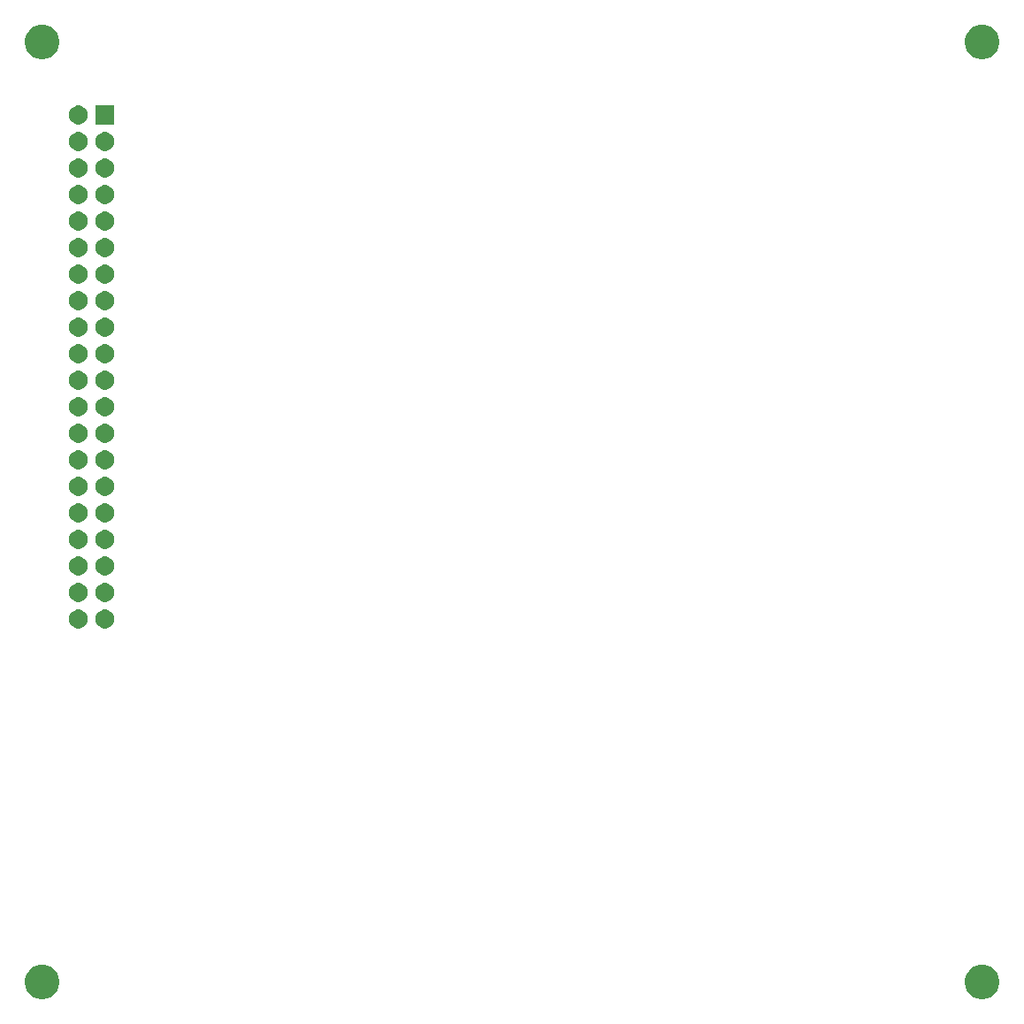
<source format=gbr>
G04 #@! TF.GenerationSoftware,KiCad,Pcbnew,(5.1.6-0-10_14)*
G04 #@! TF.CreationDate,2020-12-19T15:44:31+01:00*
G04 #@! TF.ProjectId,control,636f6e74-726f-46c2-9e6b-696361645f70,2*
G04 #@! TF.SameCoordinates,Original*
G04 #@! TF.FileFunction,Soldermask,Bot*
G04 #@! TF.FilePolarity,Negative*
%FSLAX46Y46*%
G04 Gerber Fmt 4.6, Leading zero omitted, Abs format (unit mm)*
G04 Created by KiCad (PCBNEW (5.1.6-0-10_14)) date 2020-12-19 15:44:31*
%MOMM*%
%LPD*%
G01*
G04 APERTURE LIST*
%ADD10C,0.100000*%
G04 APERTURE END LIST*
D10*
G36*
X195375256Y-143391298D02*
G01*
X195481579Y-143412447D01*
X195782042Y-143536903D01*
X196052451Y-143717585D01*
X196282415Y-143947549D01*
X196463097Y-144217958D01*
X196587553Y-144518421D01*
X196651000Y-144837391D01*
X196651000Y-145162609D01*
X196587553Y-145481579D01*
X196463097Y-145782042D01*
X196282415Y-146052451D01*
X196052451Y-146282415D01*
X195782042Y-146463097D01*
X195481579Y-146587553D01*
X195375256Y-146608702D01*
X195162611Y-146651000D01*
X194837389Y-146651000D01*
X194624744Y-146608702D01*
X194518421Y-146587553D01*
X194217958Y-146463097D01*
X193947549Y-146282415D01*
X193717585Y-146052451D01*
X193536903Y-145782042D01*
X193412447Y-145481579D01*
X193349000Y-145162609D01*
X193349000Y-144837391D01*
X193412447Y-144518421D01*
X193536903Y-144217958D01*
X193717585Y-143947549D01*
X193947549Y-143717585D01*
X194217958Y-143536903D01*
X194518421Y-143412447D01*
X194624744Y-143391298D01*
X194837389Y-143349000D01*
X195162611Y-143349000D01*
X195375256Y-143391298D01*
G37*
G36*
X105375256Y-143391298D02*
G01*
X105481579Y-143412447D01*
X105782042Y-143536903D01*
X106052451Y-143717585D01*
X106282415Y-143947549D01*
X106463097Y-144217958D01*
X106587553Y-144518421D01*
X106651000Y-144837391D01*
X106651000Y-145162609D01*
X106587553Y-145481579D01*
X106463097Y-145782042D01*
X106282415Y-146052451D01*
X106052451Y-146282415D01*
X105782042Y-146463097D01*
X105481579Y-146587553D01*
X105375256Y-146608702D01*
X105162611Y-146651000D01*
X104837389Y-146651000D01*
X104624744Y-146608702D01*
X104518421Y-146587553D01*
X104217958Y-146463097D01*
X103947549Y-146282415D01*
X103717585Y-146052451D01*
X103536903Y-145782042D01*
X103412447Y-145481579D01*
X103349000Y-145162609D01*
X103349000Y-144837391D01*
X103412447Y-144518421D01*
X103536903Y-144217958D01*
X103717585Y-143947549D01*
X103947549Y-143717585D01*
X104217958Y-143536903D01*
X104518421Y-143412447D01*
X104624744Y-143391298D01*
X104837389Y-143349000D01*
X105162611Y-143349000D01*
X105375256Y-143391298D01*
G37*
G36*
X111113512Y-109363927D02*
G01*
X111262812Y-109393624D01*
X111426784Y-109461544D01*
X111574354Y-109560147D01*
X111699853Y-109685646D01*
X111798456Y-109833216D01*
X111866376Y-109997188D01*
X111901000Y-110171259D01*
X111901000Y-110348741D01*
X111866376Y-110522812D01*
X111798456Y-110686784D01*
X111699853Y-110834354D01*
X111574354Y-110959853D01*
X111426784Y-111058456D01*
X111262812Y-111126376D01*
X111113512Y-111156073D01*
X111088742Y-111161000D01*
X110911258Y-111161000D01*
X110886488Y-111156073D01*
X110737188Y-111126376D01*
X110573216Y-111058456D01*
X110425646Y-110959853D01*
X110300147Y-110834354D01*
X110201544Y-110686784D01*
X110133624Y-110522812D01*
X110099000Y-110348741D01*
X110099000Y-110171259D01*
X110133624Y-109997188D01*
X110201544Y-109833216D01*
X110300147Y-109685646D01*
X110425646Y-109560147D01*
X110573216Y-109461544D01*
X110737188Y-109393624D01*
X110886488Y-109363927D01*
X110911258Y-109359000D01*
X111088742Y-109359000D01*
X111113512Y-109363927D01*
G37*
G36*
X108573512Y-109363927D02*
G01*
X108722812Y-109393624D01*
X108886784Y-109461544D01*
X109034354Y-109560147D01*
X109159853Y-109685646D01*
X109258456Y-109833216D01*
X109326376Y-109997188D01*
X109361000Y-110171259D01*
X109361000Y-110348741D01*
X109326376Y-110522812D01*
X109258456Y-110686784D01*
X109159853Y-110834354D01*
X109034354Y-110959853D01*
X108886784Y-111058456D01*
X108722812Y-111126376D01*
X108573512Y-111156073D01*
X108548742Y-111161000D01*
X108371258Y-111161000D01*
X108346488Y-111156073D01*
X108197188Y-111126376D01*
X108033216Y-111058456D01*
X107885646Y-110959853D01*
X107760147Y-110834354D01*
X107661544Y-110686784D01*
X107593624Y-110522812D01*
X107559000Y-110348741D01*
X107559000Y-110171259D01*
X107593624Y-109997188D01*
X107661544Y-109833216D01*
X107760147Y-109685646D01*
X107885646Y-109560147D01*
X108033216Y-109461544D01*
X108197188Y-109393624D01*
X108346488Y-109363927D01*
X108371258Y-109359000D01*
X108548742Y-109359000D01*
X108573512Y-109363927D01*
G37*
G36*
X111113512Y-106823927D02*
G01*
X111262812Y-106853624D01*
X111426784Y-106921544D01*
X111574354Y-107020147D01*
X111699853Y-107145646D01*
X111798456Y-107293216D01*
X111866376Y-107457188D01*
X111901000Y-107631259D01*
X111901000Y-107808741D01*
X111866376Y-107982812D01*
X111798456Y-108146784D01*
X111699853Y-108294354D01*
X111574354Y-108419853D01*
X111426784Y-108518456D01*
X111262812Y-108586376D01*
X111113512Y-108616073D01*
X111088742Y-108621000D01*
X110911258Y-108621000D01*
X110886488Y-108616073D01*
X110737188Y-108586376D01*
X110573216Y-108518456D01*
X110425646Y-108419853D01*
X110300147Y-108294354D01*
X110201544Y-108146784D01*
X110133624Y-107982812D01*
X110099000Y-107808741D01*
X110099000Y-107631259D01*
X110133624Y-107457188D01*
X110201544Y-107293216D01*
X110300147Y-107145646D01*
X110425646Y-107020147D01*
X110573216Y-106921544D01*
X110737188Y-106853624D01*
X110886488Y-106823927D01*
X110911258Y-106819000D01*
X111088742Y-106819000D01*
X111113512Y-106823927D01*
G37*
G36*
X108573512Y-106823927D02*
G01*
X108722812Y-106853624D01*
X108886784Y-106921544D01*
X109034354Y-107020147D01*
X109159853Y-107145646D01*
X109258456Y-107293216D01*
X109326376Y-107457188D01*
X109361000Y-107631259D01*
X109361000Y-107808741D01*
X109326376Y-107982812D01*
X109258456Y-108146784D01*
X109159853Y-108294354D01*
X109034354Y-108419853D01*
X108886784Y-108518456D01*
X108722812Y-108586376D01*
X108573512Y-108616073D01*
X108548742Y-108621000D01*
X108371258Y-108621000D01*
X108346488Y-108616073D01*
X108197188Y-108586376D01*
X108033216Y-108518456D01*
X107885646Y-108419853D01*
X107760147Y-108294354D01*
X107661544Y-108146784D01*
X107593624Y-107982812D01*
X107559000Y-107808741D01*
X107559000Y-107631259D01*
X107593624Y-107457188D01*
X107661544Y-107293216D01*
X107760147Y-107145646D01*
X107885646Y-107020147D01*
X108033216Y-106921544D01*
X108197188Y-106853624D01*
X108346488Y-106823927D01*
X108371258Y-106819000D01*
X108548742Y-106819000D01*
X108573512Y-106823927D01*
G37*
G36*
X111113512Y-104283927D02*
G01*
X111262812Y-104313624D01*
X111426784Y-104381544D01*
X111574354Y-104480147D01*
X111699853Y-104605646D01*
X111798456Y-104753216D01*
X111866376Y-104917188D01*
X111901000Y-105091259D01*
X111901000Y-105268741D01*
X111866376Y-105442812D01*
X111798456Y-105606784D01*
X111699853Y-105754354D01*
X111574354Y-105879853D01*
X111426784Y-105978456D01*
X111262812Y-106046376D01*
X111113512Y-106076073D01*
X111088742Y-106081000D01*
X110911258Y-106081000D01*
X110886488Y-106076073D01*
X110737188Y-106046376D01*
X110573216Y-105978456D01*
X110425646Y-105879853D01*
X110300147Y-105754354D01*
X110201544Y-105606784D01*
X110133624Y-105442812D01*
X110099000Y-105268741D01*
X110099000Y-105091259D01*
X110133624Y-104917188D01*
X110201544Y-104753216D01*
X110300147Y-104605646D01*
X110425646Y-104480147D01*
X110573216Y-104381544D01*
X110737188Y-104313624D01*
X110886488Y-104283927D01*
X110911258Y-104279000D01*
X111088742Y-104279000D01*
X111113512Y-104283927D01*
G37*
G36*
X108573512Y-104283927D02*
G01*
X108722812Y-104313624D01*
X108886784Y-104381544D01*
X109034354Y-104480147D01*
X109159853Y-104605646D01*
X109258456Y-104753216D01*
X109326376Y-104917188D01*
X109361000Y-105091259D01*
X109361000Y-105268741D01*
X109326376Y-105442812D01*
X109258456Y-105606784D01*
X109159853Y-105754354D01*
X109034354Y-105879853D01*
X108886784Y-105978456D01*
X108722812Y-106046376D01*
X108573512Y-106076073D01*
X108548742Y-106081000D01*
X108371258Y-106081000D01*
X108346488Y-106076073D01*
X108197188Y-106046376D01*
X108033216Y-105978456D01*
X107885646Y-105879853D01*
X107760147Y-105754354D01*
X107661544Y-105606784D01*
X107593624Y-105442812D01*
X107559000Y-105268741D01*
X107559000Y-105091259D01*
X107593624Y-104917188D01*
X107661544Y-104753216D01*
X107760147Y-104605646D01*
X107885646Y-104480147D01*
X108033216Y-104381544D01*
X108197188Y-104313624D01*
X108346488Y-104283927D01*
X108371258Y-104279000D01*
X108548742Y-104279000D01*
X108573512Y-104283927D01*
G37*
G36*
X108573512Y-101743927D02*
G01*
X108722812Y-101773624D01*
X108886784Y-101841544D01*
X109034354Y-101940147D01*
X109159853Y-102065646D01*
X109258456Y-102213216D01*
X109326376Y-102377188D01*
X109361000Y-102551259D01*
X109361000Y-102728741D01*
X109326376Y-102902812D01*
X109258456Y-103066784D01*
X109159853Y-103214354D01*
X109034354Y-103339853D01*
X108886784Y-103438456D01*
X108722812Y-103506376D01*
X108573512Y-103536073D01*
X108548742Y-103541000D01*
X108371258Y-103541000D01*
X108346488Y-103536073D01*
X108197188Y-103506376D01*
X108033216Y-103438456D01*
X107885646Y-103339853D01*
X107760147Y-103214354D01*
X107661544Y-103066784D01*
X107593624Y-102902812D01*
X107559000Y-102728741D01*
X107559000Y-102551259D01*
X107593624Y-102377188D01*
X107661544Y-102213216D01*
X107760147Y-102065646D01*
X107885646Y-101940147D01*
X108033216Y-101841544D01*
X108197188Y-101773624D01*
X108346488Y-101743927D01*
X108371258Y-101739000D01*
X108548742Y-101739000D01*
X108573512Y-101743927D01*
G37*
G36*
X111113512Y-101743927D02*
G01*
X111262812Y-101773624D01*
X111426784Y-101841544D01*
X111574354Y-101940147D01*
X111699853Y-102065646D01*
X111798456Y-102213216D01*
X111866376Y-102377188D01*
X111901000Y-102551259D01*
X111901000Y-102728741D01*
X111866376Y-102902812D01*
X111798456Y-103066784D01*
X111699853Y-103214354D01*
X111574354Y-103339853D01*
X111426784Y-103438456D01*
X111262812Y-103506376D01*
X111113512Y-103536073D01*
X111088742Y-103541000D01*
X110911258Y-103541000D01*
X110886488Y-103536073D01*
X110737188Y-103506376D01*
X110573216Y-103438456D01*
X110425646Y-103339853D01*
X110300147Y-103214354D01*
X110201544Y-103066784D01*
X110133624Y-102902812D01*
X110099000Y-102728741D01*
X110099000Y-102551259D01*
X110133624Y-102377188D01*
X110201544Y-102213216D01*
X110300147Y-102065646D01*
X110425646Y-101940147D01*
X110573216Y-101841544D01*
X110737188Y-101773624D01*
X110886488Y-101743927D01*
X110911258Y-101739000D01*
X111088742Y-101739000D01*
X111113512Y-101743927D01*
G37*
G36*
X108573512Y-99203927D02*
G01*
X108722812Y-99233624D01*
X108886784Y-99301544D01*
X109034354Y-99400147D01*
X109159853Y-99525646D01*
X109258456Y-99673216D01*
X109326376Y-99837188D01*
X109361000Y-100011259D01*
X109361000Y-100188741D01*
X109326376Y-100362812D01*
X109258456Y-100526784D01*
X109159853Y-100674354D01*
X109034354Y-100799853D01*
X108886784Y-100898456D01*
X108722812Y-100966376D01*
X108573512Y-100996073D01*
X108548742Y-101001000D01*
X108371258Y-101001000D01*
X108346488Y-100996073D01*
X108197188Y-100966376D01*
X108033216Y-100898456D01*
X107885646Y-100799853D01*
X107760147Y-100674354D01*
X107661544Y-100526784D01*
X107593624Y-100362812D01*
X107559000Y-100188741D01*
X107559000Y-100011259D01*
X107593624Y-99837188D01*
X107661544Y-99673216D01*
X107760147Y-99525646D01*
X107885646Y-99400147D01*
X108033216Y-99301544D01*
X108197188Y-99233624D01*
X108346488Y-99203927D01*
X108371258Y-99199000D01*
X108548742Y-99199000D01*
X108573512Y-99203927D01*
G37*
G36*
X111113512Y-99203927D02*
G01*
X111262812Y-99233624D01*
X111426784Y-99301544D01*
X111574354Y-99400147D01*
X111699853Y-99525646D01*
X111798456Y-99673216D01*
X111866376Y-99837188D01*
X111901000Y-100011259D01*
X111901000Y-100188741D01*
X111866376Y-100362812D01*
X111798456Y-100526784D01*
X111699853Y-100674354D01*
X111574354Y-100799853D01*
X111426784Y-100898456D01*
X111262812Y-100966376D01*
X111113512Y-100996073D01*
X111088742Y-101001000D01*
X110911258Y-101001000D01*
X110886488Y-100996073D01*
X110737188Y-100966376D01*
X110573216Y-100898456D01*
X110425646Y-100799853D01*
X110300147Y-100674354D01*
X110201544Y-100526784D01*
X110133624Y-100362812D01*
X110099000Y-100188741D01*
X110099000Y-100011259D01*
X110133624Y-99837188D01*
X110201544Y-99673216D01*
X110300147Y-99525646D01*
X110425646Y-99400147D01*
X110573216Y-99301544D01*
X110737188Y-99233624D01*
X110886488Y-99203927D01*
X110911258Y-99199000D01*
X111088742Y-99199000D01*
X111113512Y-99203927D01*
G37*
G36*
X108573512Y-96663927D02*
G01*
X108722812Y-96693624D01*
X108886784Y-96761544D01*
X109034354Y-96860147D01*
X109159853Y-96985646D01*
X109258456Y-97133216D01*
X109326376Y-97297188D01*
X109361000Y-97471259D01*
X109361000Y-97648741D01*
X109326376Y-97822812D01*
X109258456Y-97986784D01*
X109159853Y-98134354D01*
X109034354Y-98259853D01*
X108886784Y-98358456D01*
X108722812Y-98426376D01*
X108573512Y-98456073D01*
X108548742Y-98461000D01*
X108371258Y-98461000D01*
X108346488Y-98456073D01*
X108197188Y-98426376D01*
X108033216Y-98358456D01*
X107885646Y-98259853D01*
X107760147Y-98134354D01*
X107661544Y-97986784D01*
X107593624Y-97822812D01*
X107559000Y-97648741D01*
X107559000Y-97471259D01*
X107593624Y-97297188D01*
X107661544Y-97133216D01*
X107760147Y-96985646D01*
X107885646Y-96860147D01*
X108033216Y-96761544D01*
X108197188Y-96693624D01*
X108346488Y-96663927D01*
X108371258Y-96659000D01*
X108548742Y-96659000D01*
X108573512Y-96663927D01*
G37*
G36*
X111113512Y-96663927D02*
G01*
X111262812Y-96693624D01*
X111426784Y-96761544D01*
X111574354Y-96860147D01*
X111699853Y-96985646D01*
X111798456Y-97133216D01*
X111866376Y-97297188D01*
X111901000Y-97471259D01*
X111901000Y-97648741D01*
X111866376Y-97822812D01*
X111798456Y-97986784D01*
X111699853Y-98134354D01*
X111574354Y-98259853D01*
X111426784Y-98358456D01*
X111262812Y-98426376D01*
X111113512Y-98456073D01*
X111088742Y-98461000D01*
X110911258Y-98461000D01*
X110886488Y-98456073D01*
X110737188Y-98426376D01*
X110573216Y-98358456D01*
X110425646Y-98259853D01*
X110300147Y-98134354D01*
X110201544Y-97986784D01*
X110133624Y-97822812D01*
X110099000Y-97648741D01*
X110099000Y-97471259D01*
X110133624Y-97297188D01*
X110201544Y-97133216D01*
X110300147Y-96985646D01*
X110425646Y-96860147D01*
X110573216Y-96761544D01*
X110737188Y-96693624D01*
X110886488Y-96663927D01*
X110911258Y-96659000D01*
X111088742Y-96659000D01*
X111113512Y-96663927D01*
G37*
G36*
X108573512Y-94123927D02*
G01*
X108722812Y-94153624D01*
X108886784Y-94221544D01*
X109034354Y-94320147D01*
X109159853Y-94445646D01*
X109258456Y-94593216D01*
X109326376Y-94757188D01*
X109361000Y-94931259D01*
X109361000Y-95108741D01*
X109326376Y-95282812D01*
X109258456Y-95446784D01*
X109159853Y-95594354D01*
X109034354Y-95719853D01*
X108886784Y-95818456D01*
X108722812Y-95886376D01*
X108573512Y-95916073D01*
X108548742Y-95921000D01*
X108371258Y-95921000D01*
X108346488Y-95916073D01*
X108197188Y-95886376D01*
X108033216Y-95818456D01*
X107885646Y-95719853D01*
X107760147Y-95594354D01*
X107661544Y-95446784D01*
X107593624Y-95282812D01*
X107559000Y-95108741D01*
X107559000Y-94931259D01*
X107593624Y-94757188D01*
X107661544Y-94593216D01*
X107760147Y-94445646D01*
X107885646Y-94320147D01*
X108033216Y-94221544D01*
X108197188Y-94153624D01*
X108346488Y-94123927D01*
X108371258Y-94119000D01*
X108548742Y-94119000D01*
X108573512Y-94123927D01*
G37*
G36*
X111113512Y-94123927D02*
G01*
X111262812Y-94153624D01*
X111426784Y-94221544D01*
X111574354Y-94320147D01*
X111699853Y-94445646D01*
X111798456Y-94593216D01*
X111866376Y-94757188D01*
X111901000Y-94931259D01*
X111901000Y-95108741D01*
X111866376Y-95282812D01*
X111798456Y-95446784D01*
X111699853Y-95594354D01*
X111574354Y-95719853D01*
X111426784Y-95818456D01*
X111262812Y-95886376D01*
X111113512Y-95916073D01*
X111088742Y-95921000D01*
X110911258Y-95921000D01*
X110886488Y-95916073D01*
X110737188Y-95886376D01*
X110573216Y-95818456D01*
X110425646Y-95719853D01*
X110300147Y-95594354D01*
X110201544Y-95446784D01*
X110133624Y-95282812D01*
X110099000Y-95108741D01*
X110099000Y-94931259D01*
X110133624Y-94757188D01*
X110201544Y-94593216D01*
X110300147Y-94445646D01*
X110425646Y-94320147D01*
X110573216Y-94221544D01*
X110737188Y-94153624D01*
X110886488Y-94123927D01*
X110911258Y-94119000D01*
X111088742Y-94119000D01*
X111113512Y-94123927D01*
G37*
G36*
X108573512Y-91583927D02*
G01*
X108722812Y-91613624D01*
X108886784Y-91681544D01*
X109034354Y-91780147D01*
X109159853Y-91905646D01*
X109258456Y-92053216D01*
X109326376Y-92217188D01*
X109361000Y-92391259D01*
X109361000Y-92568741D01*
X109326376Y-92742812D01*
X109258456Y-92906784D01*
X109159853Y-93054354D01*
X109034354Y-93179853D01*
X108886784Y-93278456D01*
X108722812Y-93346376D01*
X108573512Y-93376073D01*
X108548742Y-93381000D01*
X108371258Y-93381000D01*
X108346488Y-93376073D01*
X108197188Y-93346376D01*
X108033216Y-93278456D01*
X107885646Y-93179853D01*
X107760147Y-93054354D01*
X107661544Y-92906784D01*
X107593624Y-92742812D01*
X107559000Y-92568741D01*
X107559000Y-92391259D01*
X107593624Y-92217188D01*
X107661544Y-92053216D01*
X107760147Y-91905646D01*
X107885646Y-91780147D01*
X108033216Y-91681544D01*
X108197188Y-91613624D01*
X108346488Y-91583927D01*
X108371258Y-91579000D01*
X108548742Y-91579000D01*
X108573512Y-91583927D01*
G37*
G36*
X111113512Y-91583927D02*
G01*
X111262812Y-91613624D01*
X111426784Y-91681544D01*
X111574354Y-91780147D01*
X111699853Y-91905646D01*
X111798456Y-92053216D01*
X111866376Y-92217188D01*
X111901000Y-92391259D01*
X111901000Y-92568741D01*
X111866376Y-92742812D01*
X111798456Y-92906784D01*
X111699853Y-93054354D01*
X111574354Y-93179853D01*
X111426784Y-93278456D01*
X111262812Y-93346376D01*
X111113512Y-93376073D01*
X111088742Y-93381000D01*
X110911258Y-93381000D01*
X110886488Y-93376073D01*
X110737188Y-93346376D01*
X110573216Y-93278456D01*
X110425646Y-93179853D01*
X110300147Y-93054354D01*
X110201544Y-92906784D01*
X110133624Y-92742812D01*
X110099000Y-92568741D01*
X110099000Y-92391259D01*
X110133624Y-92217188D01*
X110201544Y-92053216D01*
X110300147Y-91905646D01*
X110425646Y-91780147D01*
X110573216Y-91681544D01*
X110737188Y-91613624D01*
X110886488Y-91583927D01*
X110911258Y-91579000D01*
X111088742Y-91579000D01*
X111113512Y-91583927D01*
G37*
G36*
X108573512Y-89043927D02*
G01*
X108722812Y-89073624D01*
X108886784Y-89141544D01*
X109034354Y-89240147D01*
X109159853Y-89365646D01*
X109258456Y-89513216D01*
X109326376Y-89677188D01*
X109361000Y-89851259D01*
X109361000Y-90028741D01*
X109326376Y-90202812D01*
X109258456Y-90366784D01*
X109159853Y-90514354D01*
X109034354Y-90639853D01*
X108886784Y-90738456D01*
X108722812Y-90806376D01*
X108573512Y-90836073D01*
X108548742Y-90841000D01*
X108371258Y-90841000D01*
X108346488Y-90836073D01*
X108197188Y-90806376D01*
X108033216Y-90738456D01*
X107885646Y-90639853D01*
X107760147Y-90514354D01*
X107661544Y-90366784D01*
X107593624Y-90202812D01*
X107559000Y-90028741D01*
X107559000Y-89851259D01*
X107593624Y-89677188D01*
X107661544Y-89513216D01*
X107760147Y-89365646D01*
X107885646Y-89240147D01*
X108033216Y-89141544D01*
X108197188Y-89073624D01*
X108346488Y-89043927D01*
X108371258Y-89039000D01*
X108548742Y-89039000D01*
X108573512Y-89043927D01*
G37*
G36*
X111113512Y-89043927D02*
G01*
X111262812Y-89073624D01*
X111426784Y-89141544D01*
X111574354Y-89240147D01*
X111699853Y-89365646D01*
X111798456Y-89513216D01*
X111866376Y-89677188D01*
X111901000Y-89851259D01*
X111901000Y-90028741D01*
X111866376Y-90202812D01*
X111798456Y-90366784D01*
X111699853Y-90514354D01*
X111574354Y-90639853D01*
X111426784Y-90738456D01*
X111262812Y-90806376D01*
X111113512Y-90836073D01*
X111088742Y-90841000D01*
X110911258Y-90841000D01*
X110886488Y-90836073D01*
X110737188Y-90806376D01*
X110573216Y-90738456D01*
X110425646Y-90639853D01*
X110300147Y-90514354D01*
X110201544Y-90366784D01*
X110133624Y-90202812D01*
X110099000Y-90028741D01*
X110099000Y-89851259D01*
X110133624Y-89677188D01*
X110201544Y-89513216D01*
X110300147Y-89365646D01*
X110425646Y-89240147D01*
X110573216Y-89141544D01*
X110737188Y-89073624D01*
X110886488Y-89043927D01*
X110911258Y-89039000D01*
X111088742Y-89039000D01*
X111113512Y-89043927D01*
G37*
G36*
X108573512Y-86503927D02*
G01*
X108722812Y-86533624D01*
X108886784Y-86601544D01*
X109034354Y-86700147D01*
X109159853Y-86825646D01*
X109258456Y-86973216D01*
X109326376Y-87137188D01*
X109361000Y-87311259D01*
X109361000Y-87488741D01*
X109326376Y-87662812D01*
X109258456Y-87826784D01*
X109159853Y-87974354D01*
X109034354Y-88099853D01*
X108886784Y-88198456D01*
X108722812Y-88266376D01*
X108573512Y-88296073D01*
X108548742Y-88301000D01*
X108371258Y-88301000D01*
X108346488Y-88296073D01*
X108197188Y-88266376D01*
X108033216Y-88198456D01*
X107885646Y-88099853D01*
X107760147Y-87974354D01*
X107661544Y-87826784D01*
X107593624Y-87662812D01*
X107559000Y-87488741D01*
X107559000Y-87311259D01*
X107593624Y-87137188D01*
X107661544Y-86973216D01*
X107760147Y-86825646D01*
X107885646Y-86700147D01*
X108033216Y-86601544D01*
X108197188Y-86533624D01*
X108346488Y-86503927D01*
X108371258Y-86499000D01*
X108548742Y-86499000D01*
X108573512Y-86503927D01*
G37*
G36*
X111113512Y-86503927D02*
G01*
X111262812Y-86533624D01*
X111426784Y-86601544D01*
X111574354Y-86700147D01*
X111699853Y-86825646D01*
X111798456Y-86973216D01*
X111866376Y-87137188D01*
X111901000Y-87311259D01*
X111901000Y-87488741D01*
X111866376Y-87662812D01*
X111798456Y-87826784D01*
X111699853Y-87974354D01*
X111574354Y-88099853D01*
X111426784Y-88198456D01*
X111262812Y-88266376D01*
X111113512Y-88296073D01*
X111088742Y-88301000D01*
X110911258Y-88301000D01*
X110886488Y-88296073D01*
X110737188Y-88266376D01*
X110573216Y-88198456D01*
X110425646Y-88099853D01*
X110300147Y-87974354D01*
X110201544Y-87826784D01*
X110133624Y-87662812D01*
X110099000Y-87488741D01*
X110099000Y-87311259D01*
X110133624Y-87137188D01*
X110201544Y-86973216D01*
X110300147Y-86825646D01*
X110425646Y-86700147D01*
X110573216Y-86601544D01*
X110737188Y-86533624D01*
X110886488Y-86503927D01*
X110911258Y-86499000D01*
X111088742Y-86499000D01*
X111113512Y-86503927D01*
G37*
G36*
X108573512Y-83963927D02*
G01*
X108722812Y-83993624D01*
X108886784Y-84061544D01*
X109034354Y-84160147D01*
X109159853Y-84285646D01*
X109258456Y-84433216D01*
X109326376Y-84597188D01*
X109361000Y-84771259D01*
X109361000Y-84948741D01*
X109326376Y-85122812D01*
X109258456Y-85286784D01*
X109159853Y-85434354D01*
X109034354Y-85559853D01*
X108886784Y-85658456D01*
X108722812Y-85726376D01*
X108573512Y-85756073D01*
X108548742Y-85761000D01*
X108371258Y-85761000D01*
X108346488Y-85756073D01*
X108197188Y-85726376D01*
X108033216Y-85658456D01*
X107885646Y-85559853D01*
X107760147Y-85434354D01*
X107661544Y-85286784D01*
X107593624Y-85122812D01*
X107559000Y-84948741D01*
X107559000Y-84771259D01*
X107593624Y-84597188D01*
X107661544Y-84433216D01*
X107760147Y-84285646D01*
X107885646Y-84160147D01*
X108033216Y-84061544D01*
X108197188Y-83993624D01*
X108346488Y-83963927D01*
X108371258Y-83959000D01*
X108548742Y-83959000D01*
X108573512Y-83963927D01*
G37*
G36*
X111113512Y-83963927D02*
G01*
X111262812Y-83993624D01*
X111426784Y-84061544D01*
X111574354Y-84160147D01*
X111699853Y-84285646D01*
X111798456Y-84433216D01*
X111866376Y-84597188D01*
X111901000Y-84771259D01*
X111901000Y-84948741D01*
X111866376Y-85122812D01*
X111798456Y-85286784D01*
X111699853Y-85434354D01*
X111574354Y-85559853D01*
X111426784Y-85658456D01*
X111262812Y-85726376D01*
X111113512Y-85756073D01*
X111088742Y-85761000D01*
X110911258Y-85761000D01*
X110886488Y-85756073D01*
X110737188Y-85726376D01*
X110573216Y-85658456D01*
X110425646Y-85559853D01*
X110300147Y-85434354D01*
X110201544Y-85286784D01*
X110133624Y-85122812D01*
X110099000Y-84948741D01*
X110099000Y-84771259D01*
X110133624Y-84597188D01*
X110201544Y-84433216D01*
X110300147Y-84285646D01*
X110425646Y-84160147D01*
X110573216Y-84061544D01*
X110737188Y-83993624D01*
X110886488Y-83963927D01*
X110911258Y-83959000D01*
X111088742Y-83959000D01*
X111113512Y-83963927D01*
G37*
G36*
X108573512Y-81423927D02*
G01*
X108722812Y-81453624D01*
X108886784Y-81521544D01*
X109034354Y-81620147D01*
X109159853Y-81745646D01*
X109258456Y-81893216D01*
X109326376Y-82057188D01*
X109361000Y-82231259D01*
X109361000Y-82408741D01*
X109326376Y-82582812D01*
X109258456Y-82746784D01*
X109159853Y-82894354D01*
X109034354Y-83019853D01*
X108886784Y-83118456D01*
X108722812Y-83186376D01*
X108573512Y-83216073D01*
X108548742Y-83221000D01*
X108371258Y-83221000D01*
X108346488Y-83216073D01*
X108197188Y-83186376D01*
X108033216Y-83118456D01*
X107885646Y-83019853D01*
X107760147Y-82894354D01*
X107661544Y-82746784D01*
X107593624Y-82582812D01*
X107559000Y-82408741D01*
X107559000Y-82231259D01*
X107593624Y-82057188D01*
X107661544Y-81893216D01*
X107760147Y-81745646D01*
X107885646Y-81620147D01*
X108033216Y-81521544D01*
X108197188Y-81453624D01*
X108346488Y-81423927D01*
X108371258Y-81419000D01*
X108548742Y-81419000D01*
X108573512Y-81423927D01*
G37*
G36*
X111113512Y-81423927D02*
G01*
X111262812Y-81453624D01*
X111426784Y-81521544D01*
X111574354Y-81620147D01*
X111699853Y-81745646D01*
X111798456Y-81893216D01*
X111866376Y-82057188D01*
X111901000Y-82231259D01*
X111901000Y-82408741D01*
X111866376Y-82582812D01*
X111798456Y-82746784D01*
X111699853Y-82894354D01*
X111574354Y-83019853D01*
X111426784Y-83118456D01*
X111262812Y-83186376D01*
X111113512Y-83216073D01*
X111088742Y-83221000D01*
X110911258Y-83221000D01*
X110886488Y-83216073D01*
X110737188Y-83186376D01*
X110573216Y-83118456D01*
X110425646Y-83019853D01*
X110300147Y-82894354D01*
X110201544Y-82746784D01*
X110133624Y-82582812D01*
X110099000Y-82408741D01*
X110099000Y-82231259D01*
X110133624Y-82057188D01*
X110201544Y-81893216D01*
X110300147Y-81745646D01*
X110425646Y-81620147D01*
X110573216Y-81521544D01*
X110737188Y-81453624D01*
X110886488Y-81423927D01*
X110911258Y-81419000D01*
X111088742Y-81419000D01*
X111113512Y-81423927D01*
G37*
G36*
X111113512Y-78883927D02*
G01*
X111262812Y-78913624D01*
X111426784Y-78981544D01*
X111574354Y-79080147D01*
X111699853Y-79205646D01*
X111798456Y-79353216D01*
X111866376Y-79517188D01*
X111901000Y-79691259D01*
X111901000Y-79868741D01*
X111866376Y-80042812D01*
X111798456Y-80206784D01*
X111699853Y-80354354D01*
X111574354Y-80479853D01*
X111426784Y-80578456D01*
X111262812Y-80646376D01*
X111113512Y-80676073D01*
X111088742Y-80681000D01*
X110911258Y-80681000D01*
X110886488Y-80676073D01*
X110737188Y-80646376D01*
X110573216Y-80578456D01*
X110425646Y-80479853D01*
X110300147Y-80354354D01*
X110201544Y-80206784D01*
X110133624Y-80042812D01*
X110099000Y-79868741D01*
X110099000Y-79691259D01*
X110133624Y-79517188D01*
X110201544Y-79353216D01*
X110300147Y-79205646D01*
X110425646Y-79080147D01*
X110573216Y-78981544D01*
X110737188Y-78913624D01*
X110886488Y-78883927D01*
X110911258Y-78879000D01*
X111088742Y-78879000D01*
X111113512Y-78883927D01*
G37*
G36*
X108573512Y-78883927D02*
G01*
X108722812Y-78913624D01*
X108886784Y-78981544D01*
X109034354Y-79080147D01*
X109159853Y-79205646D01*
X109258456Y-79353216D01*
X109326376Y-79517188D01*
X109361000Y-79691259D01*
X109361000Y-79868741D01*
X109326376Y-80042812D01*
X109258456Y-80206784D01*
X109159853Y-80354354D01*
X109034354Y-80479853D01*
X108886784Y-80578456D01*
X108722812Y-80646376D01*
X108573512Y-80676073D01*
X108548742Y-80681000D01*
X108371258Y-80681000D01*
X108346488Y-80676073D01*
X108197188Y-80646376D01*
X108033216Y-80578456D01*
X107885646Y-80479853D01*
X107760147Y-80354354D01*
X107661544Y-80206784D01*
X107593624Y-80042812D01*
X107559000Y-79868741D01*
X107559000Y-79691259D01*
X107593624Y-79517188D01*
X107661544Y-79353216D01*
X107760147Y-79205646D01*
X107885646Y-79080147D01*
X108033216Y-78981544D01*
X108197188Y-78913624D01*
X108346488Y-78883927D01*
X108371258Y-78879000D01*
X108548742Y-78879000D01*
X108573512Y-78883927D01*
G37*
G36*
X108573512Y-76343927D02*
G01*
X108722812Y-76373624D01*
X108886784Y-76441544D01*
X109034354Y-76540147D01*
X109159853Y-76665646D01*
X109258456Y-76813216D01*
X109326376Y-76977188D01*
X109361000Y-77151259D01*
X109361000Y-77328741D01*
X109326376Y-77502812D01*
X109258456Y-77666784D01*
X109159853Y-77814354D01*
X109034354Y-77939853D01*
X108886784Y-78038456D01*
X108722812Y-78106376D01*
X108573512Y-78136073D01*
X108548742Y-78141000D01*
X108371258Y-78141000D01*
X108346488Y-78136073D01*
X108197188Y-78106376D01*
X108033216Y-78038456D01*
X107885646Y-77939853D01*
X107760147Y-77814354D01*
X107661544Y-77666784D01*
X107593624Y-77502812D01*
X107559000Y-77328741D01*
X107559000Y-77151259D01*
X107593624Y-76977188D01*
X107661544Y-76813216D01*
X107760147Y-76665646D01*
X107885646Y-76540147D01*
X108033216Y-76441544D01*
X108197188Y-76373624D01*
X108346488Y-76343927D01*
X108371258Y-76339000D01*
X108548742Y-76339000D01*
X108573512Y-76343927D01*
G37*
G36*
X111113512Y-76343927D02*
G01*
X111262812Y-76373624D01*
X111426784Y-76441544D01*
X111574354Y-76540147D01*
X111699853Y-76665646D01*
X111798456Y-76813216D01*
X111866376Y-76977188D01*
X111901000Y-77151259D01*
X111901000Y-77328741D01*
X111866376Y-77502812D01*
X111798456Y-77666784D01*
X111699853Y-77814354D01*
X111574354Y-77939853D01*
X111426784Y-78038456D01*
X111262812Y-78106376D01*
X111113512Y-78136073D01*
X111088742Y-78141000D01*
X110911258Y-78141000D01*
X110886488Y-78136073D01*
X110737188Y-78106376D01*
X110573216Y-78038456D01*
X110425646Y-77939853D01*
X110300147Y-77814354D01*
X110201544Y-77666784D01*
X110133624Y-77502812D01*
X110099000Y-77328741D01*
X110099000Y-77151259D01*
X110133624Y-76977188D01*
X110201544Y-76813216D01*
X110300147Y-76665646D01*
X110425646Y-76540147D01*
X110573216Y-76441544D01*
X110737188Y-76373624D01*
X110886488Y-76343927D01*
X110911258Y-76339000D01*
X111088742Y-76339000D01*
X111113512Y-76343927D01*
G37*
G36*
X111113512Y-73803927D02*
G01*
X111262812Y-73833624D01*
X111426784Y-73901544D01*
X111574354Y-74000147D01*
X111699853Y-74125646D01*
X111798456Y-74273216D01*
X111866376Y-74437188D01*
X111901000Y-74611259D01*
X111901000Y-74788741D01*
X111866376Y-74962812D01*
X111798456Y-75126784D01*
X111699853Y-75274354D01*
X111574354Y-75399853D01*
X111426784Y-75498456D01*
X111262812Y-75566376D01*
X111113512Y-75596073D01*
X111088742Y-75601000D01*
X110911258Y-75601000D01*
X110886488Y-75596073D01*
X110737188Y-75566376D01*
X110573216Y-75498456D01*
X110425646Y-75399853D01*
X110300147Y-75274354D01*
X110201544Y-75126784D01*
X110133624Y-74962812D01*
X110099000Y-74788741D01*
X110099000Y-74611259D01*
X110133624Y-74437188D01*
X110201544Y-74273216D01*
X110300147Y-74125646D01*
X110425646Y-74000147D01*
X110573216Y-73901544D01*
X110737188Y-73833624D01*
X110886488Y-73803927D01*
X110911258Y-73799000D01*
X111088742Y-73799000D01*
X111113512Y-73803927D01*
G37*
G36*
X108573512Y-73803927D02*
G01*
X108722812Y-73833624D01*
X108886784Y-73901544D01*
X109034354Y-74000147D01*
X109159853Y-74125646D01*
X109258456Y-74273216D01*
X109326376Y-74437188D01*
X109361000Y-74611259D01*
X109361000Y-74788741D01*
X109326376Y-74962812D01*
X109258456Y-75126784D01*
X109159853Y-75274354D01*
X109034354Y-75399853D01*
X108886784Y-75498456D01*
X108722812Y-75566376D01*
X108573512Y-75596073D01*
X108548742Y-75601000D01*
X108371258Y-75601000D01*
X108346488Y-75596073D01*
X108197188Y-75566376D01*
X108033216Y-75498456D01*
X107885646Y-75399853D01*
X107760147Y-75274354D01*
X107661544Y-75126784D01*
X107593624Y-74962812D01*
X107559000Y-74788741D01*
X107559000Y-74611259D01*
X107593624Y-74437188D01*
X107661544Y-74273216D01*
X107760147Y-74125646D01*
X107885646Y-74000147D01*
X108033216Y-73901544D01*
X108197188Y-73833624D01*
X108346488Y-73803927D01*
X108371258Y-73799000D01*
X108548742Y-73799000D01*
X108573512Y-73803927D01*
G37*
G36*
X108573512Y-71263927D02*
G01*
X108722812Y-71293624D01*
X108886784Y-71361544D01*
X109034354Y-71460147D01*
X109159853Y-71585646D01*
X109258456Y-71733216D01*
X109326376Y-71897188D01*
X109361000Y-72071259D01*
X109361000Y-72248741D01*
X109326376Y-72422812D01*
X109258456Y-72586784D01*
X109159853Y-72734354D01*
X109034354Y-72859853D01*
X108886784Y-72958456D01*
X108722812Y-73026376D01*
X108573512Y-73056073D01*
X108548742Y-73061000D01*
X108371258Y-73061000D01*
X108346488Y-73056073D01*
X108197188Y-73026376D01*
X108033216Y-72958456D01*
X107885646Y-72859853D01*
X107760147Y-72734354D01*
X107661544Y-72586784D01*
X107593624Y-72422812D01*
X107559000Y-72248741D01*
X107559000Y-72071259D01*
X107593624Y-71897188D01*
X107661544Y-71733216D01*
X107760147Y-71585646D01*
X107885646Y-71460147D01*
X108033216Y-71361544D01*
X108197188Y-71293624D01*
X108346488Y-71263927D01*
X108371258Y-71259000D01*
X108548742Y-71259000D01*
X108573512Y-71263927D01*
G37*
G36*
X111113512Y-71263927D02*
G01*
X111262812Y-71293624D01*
X111426784Y-71361544D01*
X111574354Y-71460147D01*
X111699853Y-71585646D01*
X111798456Y-71733216D01*
X111866376Y-71897188D01*
X111901000Y-72071259D01*
X111901000Y-72248741D01*
X111866376Y-72422812D01*
X111798456Y-72586784D01*
X111699853Y-72734354D01*
X111574354Y-72859853D01*
X111426784Y-72958456D01*
X111262812Y-73026376D01*
X111113512Y-73056073D01*
X111088742Y-73061000D01*
X110911258Y-73061000D01*
X110886488Y-73056073D01*
X110737188Y-73026376D01*
X110573216Y-72958456D01*
X110425646Y-72859853D01*
X110300147Y-72734354D01*
X110201544Y-72586784D01*
X110133624Y-72422812D01*
X110099000Y-72248741D01*
X110099000Y-72071259D01*
X110133624Y-71897188D01*
X110201544Y-71733216D01*
X110300147Y-71585646D01*
X110425646Y-71460147D01*
X110573216Y-71361544D01*
X110737188Y-71293624D01*
X110886488Y-71263927D01*
X110911258Y-71259000D01*
X111088742Y-71259000D01*
X111113512Y-71263927D01*
G37*
G36*
X108573512Y-68723927D02*
G01*
X108722812Y-68753624D01*
X108886784Y-68821544D01*
X109034354Y-68920147D01*
X109159853Y-69045646D01*
X109258456Y-69193216D01*
X109326376Y-69357188D01*
X109361000Y-69531259D01*
X109361000Y-69708741D01*
X109326376Y-69882812D01*
X109258456Y-70046784D01*
X109159853Y-70194354D01*
X109034354Y-70319853D01*
X108886784Y-70418456D01*
X108722812Y-70486376D01*
X108573512Y-70516073D01*
X108548742Y-70521000D01*
X108371258Y-70521000D01*
X108346488Y-70516073D01*
X108197188Y-70486376D01*
X108033216Y-70418456D01*
X107885646Y-70319853D01*
X107760147Y-70194354D01*
X107661544Y-70046784D01*
X107593624Y-69882812D01*
X107559000Y-69708741D01*
X107559000Y-69531259D01*
X107593624Y-69357188D01*
X107661544Y-69193216D01*
X107760147Y-69045646D01*
X107885646Y-68920147D01*
X108033216Y-68821544D01*
X108197188Y-68753624D01*
X108346488Y-68723927D01*
X108371258Y-68719000D01*
X108548742Y-68719000D01*
X108573512Y-68723927D01*
G37*
G36*
X111113512Y-68723927D02*
G01*
X111262812Y-68753624D01*
X111426784Y-68821544D01*
X111574354Y-68920147D01*
X111699853Y-69045646D01*
X111798456Y-69193216D01*
X111866376Y-69357188D01*
X111901000Y-69531259D01*
X111901000Y-69708741D01*
X111866376Y-69882812D01*
X111798456Y-70046784D01*
X111699853Y-70194354D01*
X111574354Y-70319853D01*
X111426784Y-70418456D01*
X111262812Y-70486376D01*
X111113512Y-70516073D01*
X111088742Y-70521000D01*
X110911258Y-70521000D01*
X110886488Y-70516073D01*
X110737188Y-70486376D01*
X110573216Y-70418456D01*
X110425646Y-70319853D01*
X110300147Y-70194354D01*
X110201544Y-70046784D01*
X110133624Y-69882812D01*
X110099000Y-69708741D01*
X110099000Y-69531259D01*
X110133624Y-69357188D01*
X110201544Y-69193216D01*
X110300147Y-69045646D01*
X110425646Y-68920147D01*
X110573216Y-68821544D01*
X110737188Y-68753624D01*
X110886488Y-68723927D01*
X110911258Y-68719000D01*
X111088742Y-68719000D01*
X111113512Y-68723927D01*
G37*
G36*
X111113512Y-66183927D02*
G01*
X111262812Y-66213624D01*
X111426784Y-66281544D01*
X111574354Y-66380147D01*
X111699853Y-66505646D01*
X111798456Y-66653216D01*
X111866376Y-66817188D01*
X111901000Y-66991259D01*
X111901000Y-67168741D01*
X111866376Y-67342812D01*
X111798456Y-67506784D01*
X111699853Y-67654354D01*
X111574354Y-67779853D01*
X111426784Y-67878456D01*
X111262812Y-67946376D01*
X111113512Y-67976073D01*
X111088742Y-67981000D01*
X110911258Y-67981000D01*
X110886488Y-67976073D01*
X110737188Y-67946376D01*
X110573216Y-67878456D01*
X110425646Y-67779853D01*
X110300147Y-67654354D01*
X110201544Y-67506784D01*
X110133624Y-67342812D01*
X110099000Y-67168741D01*
X110099000Y-66991259D01*
X110133624Y-66817188D01*
X110201544Y-66653216D01*
X110300147Y-66505646D01*
X110425646Y-66380147D01*
X110573216Y-66281544D01*
X110737188Y-66213624D01*
X110886488Y-66183927D01*
X110911258Y-66179000D01*
X111088742Y-66179000D01*
X111113512Y-66183927D01*
G37*
G36*
X108573512Y-66183927D02*
G01*
X108722812Y-66213624D01*
X108886784Y-66281544D01*
X109034354Y-66380147D01*
X109159853Y-66505646D01*
X109258456Y-66653216D01*
X109326376Y-66817188D01*
X109361000Y-66991259D01*
X109361000Y-67168741D01*
X109326376Y-67342812D01*
X109258456Y-67506784D01*
X109159853Y-67654354D01*
X109034354Y-67779853D01*
X108886784Y-67878456D01*
X108722812Y-67946376D01*
X108573512Y-67976073D01*
X108548742Y-67981000D01*
X108371258Y-67981000D01*
X108346488Y-67976073D01*
X108197188Y-67946376D01*
X108033216Y-67878456D01*
X107885646Y-67779853D01*
X107760147Y-67654354D01*
X107661544Y-67506784D01*
X107593624Y-67342812D01*
X107559000Y-67168741D01*
X107559000Y-66991259D01*
X107593624Y-66817188D01*
X107661544Y-66653216D01*
X107760147Y-66505646D01*
X107885646Y-66380147D01*
X108033216Y-66281544D01*
X108197188Y-66213624D01*
X108346488Y-66183927D01*
X108371258Y-66179000D01*
X108548742Y-66179000D01*
X108573512Y-66183927D01*
G37*
G36*
X108573512Y-63643927D02*
G01*
X108722812Y-63673624D01*
X108886784Y-63741544D01*
X109034354Y-63840147D01*
X109159853Y-63965646D01*
X109258456Y-64113216D01*
X109326376Y-64277188D01*
X109361000Y-64451259D01*
X109361000Y-64628741D01*
X109326376Y-64802812D01*
X109258456Y-64966784D01*
X109159853Y-65114354D01*
X109034354Y-65239853D01*
X108886784Y-65338456D01*
X108722812Y-65406376D01*
X108573512Y-65436073D01*
X108548742Y-65441000D01*
X108371258Y-65441000D01*
X108346488Y-65436073D01*
X108197188Y-65406376D01*
X108033216Y-65338456D01*
X107885646Y-65239853D01*
X107760147Y-65114354D01*
X107661544Y-64966784D01*
X107593624Y-64802812D01*
X107559000Y-64628741D01*
X107559000Y-64451259D01*
X107593624Y-64277188D01*
X107661544Y-64113216D01*
X107760147Y-63965646D01*
X107885646Y-63840147D01*
X108033216Y-63741544D01*
X108197188Y-63673624D01*
X108346488Y-63643927D01*
X108371258Y-63639000D01*
X108548742Y-63639000D01*
X108573512Y-63643927D01*
G37*
G36*
X111113512Y-63643927D02*
G01*
X111262812Y-63673624D01*
X111426784Y-63741544D01*
X111574354Y-63840147D01*
X111699853Y-63965646D01*
X111798456Y-64113216D01*
X111866376Y-64277188D01*
X111901000Y-64451259D01*
X111901000Y-64628741D01*
X111866376Y-64802812D01*
X111798456Y-64966784D01*
X111699853Y-65114354D01*
X111574354Y-65239853D01*
X111426784Y-65338456D01*
X111262812Y-65406376D01*
X111113512Y-65436073D01*
X111088742Y-65441000D01*
X110911258Y-65441000D01*
X110886488Y-65436073D01*
X110737188Y-65406376D01*
X110573216Y-65338456D01*
X110425646Y-65239853D01*
X110300147Y-65114354D01*
X110201544Y-64966784D01*
X110133624Y-64802812D01*
X110099000Y-64628741D01*
X110099000Y-64451259D01*
X110133624Y-64277188D01*
X110201544Y-64113216D01*
X110300147Y-63965646D01*
X110425646Y-63840147D01*
X110573216Y-63741544D01*
X110737188Y-63673624D01*
X110886488Y-63643927D01*
X110911258Y-63639000D01*
X111088742Y-63639000D01*
X111113512Y-63643927D01*
G37*
G36*
X108573512Y-61103927D02*
G01*
X108722812Y-61133624D01*
X108886784Y-61201544D01*
X109034354Y-61300147D01*
X109159853Y-61425646D01*
X109258456Y-61573216D01*
X109326376Y-61737188D01*
X109361000Y-61911259D01*
X109361000Y-62088741D01*
X109326376Y-62262812D01*
X109258456Y-62426784D01*
X109159853Y-62574354D01*
X109034354Y-62699853D01*
X108886784Y-62798456D01*
X108722812Y-62866376D01*
X108573512Y-62896073D01*
X108548742Y-62901000D01*
X108371258Y-62901000D01*
X108346488Y-62896073D01*
X108197188Y-62866376D01*
X108033216Y-62798456D01*
X107885646Y-62699853D01*
X107760147Y-62574354D01*
X107661544Y-62426784D01*
X107593624Y-62262812D01*
X107559000Y-62088741D01*
X107559000Y-61911259D01*
X107593624Y-61737188D01*
X107661544Y-61573216D01*
X107760147Y-61425646D01*
X107885646Y-61300147D01*
X108033216Y-61201544D01*
X108197188Y-61133624D01*
X108346488Y-61103927D01*
X108371258Y-61099000D01*
X108548742Y-61099000D01*
X108573512Y-61103927D01*
G37*
G36*
X111901000Y-62901000D02*
G01*
X110099000Y-62901000D01*
X110099000Y-61099000D01*
X111901000Y-61099000D01*
X111901000Y-62901000D01*
G37*
G36*
X105375256Y-53391298D02*
G01*
X105481579Y-53412447D01*
X105782042Y-53536903D01*
X106052451Y-53717585D01*
X106282415Y-53947549D01*
X106463097Y-54217958D01*
X106587553Y-54518421D01*
X106651000Y-54837391D01*
X106651000Y-55162609D01*
X106587553Y-55481579D01*
X106463097Y-55782042D01*
X106282415Y-56052451D01*
X106052451Y-56282415D01*
X105782042Y-56463097D01*
X105481579Y-56587553D01*
X105375256Y-56608702D01*
X105162611Y-56651000D01*
X104837389Y-56651000D01*
X104624744Y-56608702D01*
X104518421Y-56587553D01*
X104217958Y-56463097D01*
X103947549Y-56282415D01*
X103717585Y-56052451D01*
X103536903Y-55782042D01*
X103412447Y-55481579D01*
X103349000Y-55162609D01*
X103349000Y-54837391D01*
X103412447Y-54518421D01*
X103536903Y-54217958D01*
X103717585Y-53947549D01*
X103947549Y-53717585D01*
X104217958Y-53536903D01*
X104518421Y-53412447D01*
X104624744Y-53391298D01*
X104837389Y-53349000D01*
X105162611Y-53349000D01*
X105375256Y-53391298D01*
G37*
G36*
X195375256Y-53391298D02*
G01*
X195481579Y-53412447D01*
X195782042Y-53536903D01*
X196052451Y-53717585D01*
X196282415Y-53947549D01*
X196463097Y-54217958D01*
X196587553Y-54518421D01*
X196651000Y-54837391D01*
X196651000Y-55162609D01*
X196587553Y-55481579D01*
X196463097Y-55782042D01*
X196282415Y-56052451D01*
X196052451Y-56282415D01*
X195782042Y-56463097D01*
X195481579Y-56587553D01*
X195375256Y-56608702D01*
X195162611Y-56651000D01*
X194837389Y-56651000D01*
X194624744Y-56608702D01*
X194518421Y-56587553D01*
X194217958Y-56463097D01*
X193947549Y-56282415D01*
X193717585Y-56052451D01*
X193536903Y-55782042D01*
X193412447Y-55481579D01*
X193349000Y-55162609D01*
X193349000Y-54837391D01*
X193412447Y-54518421D01*
X193536903Y-54217958D01*
X193717585Y-53947549D01*
X193947549Y-53717585D01*
X194217958Y-53536903D01*
X194518421Y-53412447D01*
X194624744Y-53391298D01*
X194837389Y-53349000D01*
X195162611Y-53349000D01*
X195375256Y-53391298D01*
G37*
M02*

</source>
